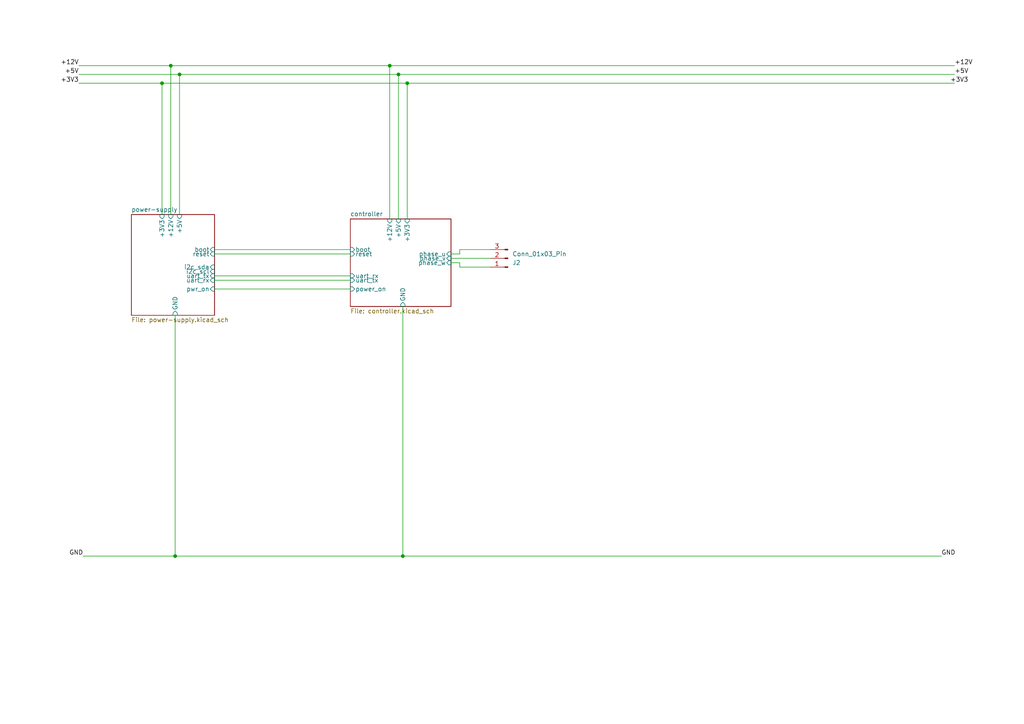
<source format=kicad_sch>
(kicad_sch (version 20250114) (generator "eeschema") (generator_version "9.0")
  (paper "A4")
  (lib_symbols
    (symbol "Connector:Conn_01x03_Pin" (pin_names (offset 1.016) (hide yes))
      (property "Reference" "J" (at 0 5.08 0))
      (property "Value" "Conn_01x03_Pin" (at 0 -5.08 0))
      (symbol "Conn_01x03_Pin_1_1"
        (rectangle (start 0.8636 2.667) (end 0 2.413) (stroke (width 0.1524)) (fill (type outline)))
        (rectangle (start 0.8636 0.127) (end 0 -0.127) (stroke (width 0.1524)) (fill (type outline)))
        (rectangle (start 0.8636 -2.413) (end 0 -2.667) (stroke (width 0.1524)) (fill (type outline)))
        (polyline (pts (xy 1.27 2.54) (xy 0.8636 2.54)) (stroke (width 0.1524)))
        (polyline (pts (xy 1.27 0) (xy 0.8636 0)) (stroke (width 0.1524)))
        (polyline (pts (xy 1.27 -2.54) (xy 0.8636 -2.54)) (stroke (width 0.1524)))
        (pin passive line (at 5.08 2.54 180) (length 3.81) (name "Pin_1") (number "1"))
        (pin passive line (at 5.08 0 180) (length 3.81) (name "Pin_2") (number "2"))
        (pin passive line (at 5.08 -2.54 180) (length 3.81) (name "Pin_3") (number "3"))
      )
    )
  )
  (junction (at 49.53 19.05))
  (junction (at 46.99 24.13))
  (junction (at 50.8 161.29))
  (junction (at 118.11 24.13))
  (junction (at 113.03 19.05))
  (junction (at 52.07 21.59))
  (junction (at 116.84 161.29))
  (junction (at 115.57 21.59))
  (wire (pts (xy 113.03 19.05) (xy 276.86 19.05)))
  (wire (pts (xy 24.13 161.29) (xy 50.8 161.29)))
  (wire (pts (xy 46.99 62.23) (xy 46.99 24.13)))
  (wire (pts (xy 22.86 24.13) (xy 46.99 24.13)))
  (wire (pts (xy 22.86 19.05) (xy 49.53 19.05)))
  (wire (pts (xy 133.35 72.39) (xy 133.35 73.66)))
  (wire (pts (xy 52.07 21.59) (xy 52.07 62.23)))
  (wire (pts (xy 115.57 21.59) (xy 276.86 21.59)))
  (wire (pts (xy 46.99 24.13) (xy 118.11 24.13)))
  (wire (pts (xy 116.84 88.9) (xy 116.84 161.29)))
  (wire (pts (xy 133.35 76.2) (xy 133.35 77.47)))
  (wire (pts (xy 118.11 24.13) (xy 118.11 63.5)))
  (wire (pts (xy 62.23 80.01) (xy 101.6 80.01)))
  (wire (pts (xy 50.8 91.44) (xy 50.8 161.29)))
  (wire (pts (xy 116.84 161.29) (xy 273.05 161.29)))
  (wire (pts (xy 52.07 21.59) (xy 115.57 21.59)))
  (wire (pts (xy 133.35 73.66) (xy 130.81 73.66)))
  (wire (pts (xy 49.53 19.05) (xy 113.03 19.05)))
  (wire (pts (xy 118.11 24.13) (xy 276.86 24.13)))
  (wire (pts (xy 62.23 73.66) (xy 101.6 73.66)))
  (wire (pts (xy 130.81 74.93) (xy 142.24 74.93)))
  (wire (pts (xy 50.8 161.29) (xy 116.84 161.29)))
  (wire (pts (xy 115.57 21.59) (xy 115.57 63.5)))
  (wire (pts (xy 49.53 19.05) (xy 49.53 62.23)))
  (wire (pts (xy 22.86 21.59) (xy 52.07 21.59)))
  (wire (pts (xy 62.23 72.39) (xy 101.6 72.39)))
  (wire (pts (xy 113.03 19.05) (xy 113.03 63.5)))
  (wire (pts (xy 62.23 81.28) (xy 101.6 81.28)))
  (wire (pts (xy 142.24 72.39) (xy 133.35 72.39)))
  (wire (pts (xy 130.81 76.2) (xy 133.35 76.2)))
  (wire (pts (xy 62.23 83.82) (xy 101.6 83.82)))
  (wire (pts (xy 133.35 77.47) (xy 142.24 77.47)))
  (label "+5V" (at 22.86 21.59 180))
  (label "+3V3" (at 275.59 24.13 0))
  (label "+12V" (at 276.86 19.05 0))
  (label "+12V" (at 22.86 19.05 180))
  (label "+5V" (at 276.86 21.59 0))
  (label "GND" (at 24.13 161.29 180))
  (label "+3V3" (at 22.86 24.13 180))
  (label "GND" (at 273.05 161.29 0))
  (symbol (lib_id "Connector:Conn_01x03_Pin") (at 147.32 74.93 180) (unit 1)
    (property "Reference" "J2" (at 148.59 76.2001 0) (effects (justify right)))
    (property "Value" "Conn_01x03_Pin" (at 148.59 73.6601 0) (effects (justify right)))
    (property "Footprint" "Connector_Phoenix_MSTB:PhoenixContact_MSTBA_2,5_3-G_1x03_P5.00mm_Horizontal" (effects (hide yes)))
    (property "Description" "Generic connector, single row, 01x03, script generated" (effects (hide yes)))
  )
  (sheet (at 38.1 62.23) (size 24.13 29.21) (stroke (width 0.1524))
    (property "Sheetname" "power-supply" (at 38.1 61.5184 0) (effects (justify left bottom)))
    (property "Sheetfile" "power-supply.kicad_sch" (at 38.1 92.0246 0) (effects (justify left top)))
    (pin "+5V" input (at 52.07 62.23 90))
    (pin "+12V" input (at 49.53 62.23 90))
    (pin "GND" input (at 50.8 91.44 270))
    (pin "pwr_on" input (at 62.23 83.82 0))
    (pin "+3V3" input (at 46.99 62.23 90))
    (pin "boot" input (at 62.23 72.39 0))
    (pin "reset" input (at 62.23 73.66 0))
    (pin "i2c_scl" input (at 62.23 78.74 0))
    (pin "i2c_sda" input (at 62.23 77.47 0))
    (pin "uart_rx" input (at 62.23 81.28 0))
    (pin "uart_tx" input (at 62.23 80.01 0))
  )
  (sheet (at 101.6 63.5) (size 29.21 25.4) (stroke (width 0.1524))
    (property "Sheetname" "controller" (at 101.6 62.7884 0) (effects (justify left bottom)))
    (property "Sheetfile" "controller.kicad_sch" (at 101.6 89.4846 0) (effects (justify left top)))
    (pin "+3V3" input (at 118.11 63.5 90))
    (pin "GND" input (at 116.84 88.9 270))
    (pin "reset" input (at 101.6 73.66 180))
    (pin "+12V" input (at 113.03 63.5 90))
    (pin "boot" input (at 101.6 72.39 180))
    (pin "uart_rx" input (at 101.6 80.01 180))
    (pin "uart_tx" input (at 101.6 81.28 180))
    (pin "phase_u" input (at 130.81 73.66 0))
    (pin "phase_v" input (at 130.81 74.93 0))
    (pin "phase_w" input (at 130.81 76.2 0))
    (pin "+5V" input (at 115.57 63.5 90))
    (pin "power_on" input (at 101.6 83.82 180))
  )
)
</source>
